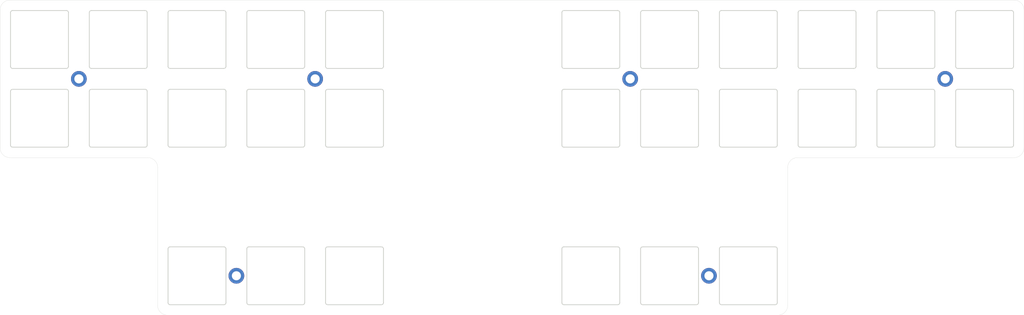
<source format=kicad_pcb>
(kicad_pcb (version 20211014) (generator pcbnew)
  (layers (0 "F.Cu" signal) (31 "B.Cu" signal) (34 "B.Paste" user) (35 "F.Paste" user) (36 "B.SilkS" user "B.Silkscreen") (37 "F.SilkS" user "F.Silkscreen") (38 "B.Mask" user) (39 "F.Mask" user) (44 "Edge.Cuts" user))
  (net 0 "")
  (footprint "MountingHole:MountingHole_2.2mm_M2_DIN965_Pad" (layer "F.Cu") (at 84.93125 127)
    (fp_text reference "REF**" hide)
    (fp_text value "m2")
    (pad "1" thru_hole circle locked (at 0 0) (size 3.8 3.8) (drill 2.2) (layers *.Cu *.Mask))
  )
  (footprint "MountingHole:MountingHole_2.2mm_M2_DIN965_Pad" (layer "F.Cu") (at 199.23125 127)
    (fp_text reference "REF**" hide)
    (fp_text value "m2")
    (pad "1" thru_hole circle locked (at 0 0) (size 3.8 3.8) (drill 2.2) (layers *.Cu *.Mask))
  )
  (footprint "MountingHole:MountingHole_2.2mm_M2_DIN965_Pad" (layer "F.Cu") (at 256.38125 79.375)
    (fp_text reference "REF**" hide)
    (fp_text value "m2")
    (pad "1" thru_hole circle locked (at 0 0) (size 3.8 3.8) (drill 2.2) (layers *.Cu *.Mask))
  )
  (footprint "MountingHole:MountingHole_2.2mm_M2_DIN965_Pad" (layer "F.Cu") (at 180.18125 79.375)
    (fp_text reference "REF**" hide)
    (fp_text value "m2")
    (pad "1" thru_hole circle locked (at 0 0) (size 3.8 3.8) (drill 2.2) (layers *.Cu *.Mask))
  )
  (footprint "MountingHole:MountingHole_2.2mm_M2_DIN965_Pad" (layer "F.Cu") (at 103.98125 79.375)
    (fp_text reference "REF**" hide)
    (fp_text value "m2")
    (pad "1" thru_hole circle locked (at 0 0) (size 3.8 3.8) (drill 2.2) (layers *.Cu *.Mask))
  )
  (footprint "MountingHole:MountingHole_2.2mm_M2_DIN965_Pad" (layer "F.Cu") (at 46.83125 79.375)
    (fp_text reference "REF**" hide)
    (fp_text value "m2")
    (pad "1" thru_hole circle locked (at 0 0) (size 3.8 3.8) (drill 2.2) (layers *.Cu *.Mask))
  )
  (gr_line (start 27.78125 62.70625) (end 27.78125 96.04375) (layer "Edge.Cuts") (width 0.05))
  (gr_line (start 275.43125 96.04375) (end 275.43125 62.70625) (layer "Edge.Cuts") (width 0.05))
  (gr_line (start 273.05 60.325) (end 30.1625 60.325) (layer "Edge.Cuts") (width 0.05))
  (gr_line (start 30.1625 98.425) (end 63.5 98.425) (layer "Edge.Cuts") (width 0.05))
  (gr_line (start 65.88125 100.80625) (end 65.88125 134.14375) (layer "Edge.Cuts") (width 0.05))
  (gr_line (start 68.2625 136.525) (end 215.9 136.525) (layer "Edge.Cuts") (width 0.05))
  (gr_line (start 218.28125 134.14375) (end 218.28125 100.80625) (layer "Edge.Cuts") (width 0.05))
  (gr_line (start 220.6625 98.425) (end 273.05 98.425) (layer "Edge.Cuts") (width 0.05))
  (gr_line (start 87.95625 134) (end 100.95625 134) (layer "Edge.Cuts") (width 0.2))
  (gr_line (start 234.80625 63.35) (end 234.80625 76.35) (layer "Edge.Cuts") (width 0.2))
  (gr_arc (start 106.50625 63.35) (mid 106.652697 62.996447) (end 107.00625 62.85) (layer "Edge.Cuts") (width 0.2))
  (gr_arc (start 240.35625 76.85) (mid 240.002697 76.703553) (end 239.85625 76.35) (layer "Edge.Cuts") (width 0.2))
  (gr_line (start 196.70625 63.35) (end 196.70625 76.35) (layer "Edge.Cuts") (width 0.2))
  (gr_line (start 182.70625 63.35) (end 182.70625 76.35) (layer "Edge.Cuts") (width 0.2))
  (gr_line (start 120.50625 82.4) (end 120.50625 95.4) (layer "Edge.Cuts") (width 0.2))
  (gr_arc (start 68.90625 134) (mid 68.552697 133.853553) (end 68.40625 133.5) (layer "Edge.Cuts") (width 0.2))
  (gr_arc (start 221.30625 76.85) (mid 220.952697 76.703553) (end 220.80625 76.35) (layer "Edge.Cuts") (width 0.2))
  (gr_line (start 120.50625 120.5) (end 120.50625 133.5) (layer "Edge.Cuts") (width 0.2))
  (gr_arc (start 107.00625 134) (mid 106.652697 133.853553) (end 106.50625 133.5) (layer "Edge.Cuts") (width 0.2))
  (gr_arc (start 87.45625 120.5) (mid 87.602697 120.146447) (end 87.95625 120) (layer "Edge.Cuts") (width 0.2))
  (gr_arc (start 164.15625 134) (mid 163.802697 133.853553) (end 163.65625 133.5) (layer "Edge.Cuts") (width 0.2))
  (gr_arc (start 44.30625 76.35) (mid 44.159803 76.703553) (end 43.80625 76.85) (layer "Edge.Cuts") (width 0.2))
  (gr_line (start 68.90625 134) (end 81.90625 134) (layer "Edge.Cuts") (width 0.2))
  (gr_arc (start 62.85625 62.85) (mid 63.209803 62.996447) (end 63.35625 63.35) (layer "Edge.Cuts") (width 0.2))
  (gr_arc (start 272.90625 76.35) (mid 272.759803 76.703553) (end 272.40625 76.85) (layer "Edge.Cuts") (width 0.2))
  (gr_arc (start 106.50625 120.5) (mid 106.652697 120.146447) (end 107.00625 120) (layer "Edge.Cuts") (width 0.2))
  (gr_line (start 183.20625 134) (end 196.20625 134) (layer "Edge.Cuts") (width 0.2))
  (gr_arc (start 120.50625 133.5) (mid 120.359803 133.853553) (end 120.00625 134) (layer "Edge.Cuts") (width 0.2))
  (gr_arc (start 183.20625 134) (mid 182.852697 133.853553) (end 182.70625 133.5) (layer "Edge.Cuts") (width 0.2))
  (gr_line (start 183.20625 120) (end 196.20625 120) (layer "Edge.Cuts") (width 0.2))
  (gr_line (start 49.85625 62.85) (end 62.85625 62.85) (layer "Edge.Cuts") (width 0.2))
  (gr_line (start 196.70625 82.4) (end 196.70625 95.4) (layer "Edge.Cuts") (width 0.2))
  (gr_line (start 202.25625 134) (end 215.25625 134) (layer "Edge.Cuts") (width 0.2))
  (gr_arc (start 201.75625 63.35) (mid 201.902697 62.996447) (end 202.25625 62.85) (layer "Edge.Cuts") (width 0.2))
  (gr_arc (start 62.85625 81.9) (mid 63.209803 82.046447) (end 63.35625 82.4) (layer "Edge.Cuts") (width 0.2))
  (gr_arc (start 49.85625 76.85) (mid 49.502697 76.703553) (end 49.35625 76.35) (layer "Edge.Cuts") (width 0.2))
  (gr_line (start 202.25625 95.9) (end 215.25625 95.9) (layer "Edge.Cuts") (width 0.2))
  (gr_arc (start 215.25625 62.85) (mid 215.609803 62.996447) (end 215.75625 63.35) (layer "Edge.Cuts") (width 0.2))
  (gr_line (start 107.00625 62.85) (end 120.00625 62.85) (layer "Edge.Cuts") (width 0.2))
  (gr_line (start 87.95625 76.85) (end 100.95625 76.85) (layer "Edge.Cuts") (width 0.2))
  (gr_arc (start 100.95625 120) (mid 101.309803 120.146447) (end 101.45625 120.5) (layer "Edge.Cuts") (width 0.2))
  (gr_arc (start 81.90625 120) (mid 82.259803 120.146447) (end 82.40625 120.5) (layer "Edge.Cuts") (width 0.2))
  (gr_arc (start 43.80625 81.9) (mid 44.159803 82.046447) (end 44.30625 82.4) (layer "Edge.Cuts") (width 0.2))
  (gr_line (start 44.30625 63.35) (end 44.30625 76.35) (layer "Edge.Cuts") (width 0.2))
  (gr_line (start 253.85625 63.35) (end 253.85625 76.35) (layer "Edge.Cuts") (width 0.2))
  (gr_arc (start 215.75625 95.4) (mid 215.609803 95.753553) (end 215.25625 95.9) (layer "Edge.Cuts") (width 0.2))
  (gr_arc (start 49.35625 82.4) (mid 49.502697 82.046447) (end 49.85625 81.9) (layer "Edge.Cuts") (width 0.2))
  (gr_arc (start 201.75625 82.4) (mid 201.902697 82.046447) (end 202.25625 81.9) (layer "Edge.Cuts") (width 0.2))
  (gr_arc (start 258.90625 82.4) (mid 259.052697 82.046447) (end 259.40625 81.9) (layer "Edge.Cuts") (width 0.2))
  (gr_arc (start 68.2625 136.525) (mid 66.578702 135.827548) (end 65.88125 134.14375) (layer "Edge.Cuts") (width 0.05))
  (gr_line (start 239.85625 63.35) (end 239.85625 76.35) (layer "Edge.Cuts") (width 0.2))
  (gr_line (start 68.90625 76.85) (end 81.90625 76.85) (layer "Edge.Cuts") (width 0.2))
  (gr_arc (start 164.15625 95.9) (mid 163.802697 95.753553) (end 163.65625 95.4) (layer "Edge.Cuts") (width 0.2))
  (gr_arc (start 120.50625 95.4) (mid 120.359803 95.753553) (end 120.00625 95.9) (layer "Edge.Cuts") (width 0.2))
  (gr_line (start 107.00625 134) (end 120.00625 134) (layer "Edge.Cuts") (width 0.2))
  (gr_arc (start 164.15625 76.85) (mid 163.802697 76.703553) (end 163.65625 76.35) (layer "Edge.Cuts") (width 0.2))
  (gr_line (start 107.00625 76.85) (end 120.00625 76.85) (layer "Edge.Cuts") (width 0.2))
  (gr_arc (start 87.95625 134) (mid 87.602697 133.853553) (end 87.45625 133.5) (layer "Edge.Cuts") (width 0.2))
  (gr_line (start 259.40625 76.85) (end 272.40625 76.85) (layer "Edge.Cuts") (width 0.2))
  (gr_arc (start 220.80625 82.4) (mid 220.952697 82.046447) (end 221.30625 81.9) (layer "Edge.Cuts") (width 0.2))
  (gr_arc (start 43.80625 62.85) (mid 44.159803 62.996447) (end 44.30625 63.35) (layer "Edge.Cuts") (width 0.2))
  (gr_line (start 163.65625 120.5) (end 163.65625 133.5) (layer "Edge.Cuts") (width 0.2))
  (gr_line (start 30.80625 62.85) (end 43.80625 62.85) (layer "Edge.Cuts") (width 0.2))
  (gr_line (start 215.75625 63.35) (end 215.75625 76.35) (layer "Edge.Cuts") (width 0.2))
  (gr_arc (start 215.25625 81.9) (mid 215.609803 82.046447) (end 215.75625 82.4) (layer "Edge.Cuts") (width 0.2))
  (gr_line (start 239.85625 82.4) (end 239.85625 95.4) (layer "Edge.Cuts") (width 0.2))
  (gr_arc (start 82.40625 95.4) (mid 82.259803 95.753553) (end 81.90625 95.9) (layer "Edge.Cuts") (width 0.2))
  (gr_arc (start 44.30625 95.4) (mid 44.159803 95.753553) (end 43.80625 95.9) (layer "Edge.Cuts") (width 0.2))
  (gr_arc (start 259.40625 95.9) (mid 259.052697 95.753553) (end 258.90625 95.4) (layer "Edge.Cuts") (width 0.2))
  (gr_arc (start 201.75625 120.5) (mid 201.902697 120.146447) (end 202.25625 120) (layer "Edge.Cuts") (width 0.2))
  (gr_arc (start 120.00625 120) (mid 120.359803 120.146447) (end 120.50625 120.5) (layer "Edge.Cuts") (width 0.2))
  (gr_line (start 259.40625 95.9) (end 272.40625 95.9) (layer "Edge.Cuts") (width 0.2))
  (gr_line (start 177.65625 82.4) (end 177.65625 95.4) (layer "Edge.Cuts") (width 0.2))
  (gr_arc (start 68.90625 95.9) (mid 68.552697 95.753553) (end 68.40625 95.4) (layer "Edge.Cuts") (width 0.2))
  (gr_arc (start 163.65625 82.4) (mid 163.802697 82.046447) (end 164.15625 81.9) (layer "Edge.Cuts") (width 0.2))
  (gr_arc (start 239.85625 63.35) (mid 240.002697 62.996447) (end 240.35625 62.85) (layer "Edge.Cuts") (width 0.2))
  (gr_arc (start 234.30625 81.9) (mid 234.659803 82.046447) (end 234.80625 82.4) (layer "Edge.Cuts") (width 0.2))
  (gr_arc (start 202.25625 134) (mid 201.902697 133.853553) (end 201.75625 133.5) (layer "Edge.Cuts") (width 0.2))
  (gr_arc (start 272.90625 95.4) (mid 272.759803 95.753553) (end 272.40625 95.9) (layer "Edge.Cuts") (width 0.2))
  (gr_line (start 44.30625 82.4) (end 44.30625 95.4) (layer "Edge.Cuts") (width 0.2))
  (gr_arc (start 177.15625 62.85) (mid 177.509803 62.996447) (end 177.65625 63.35) (layer "Edge.Cuts") (width 0.2))
  (gr_line (start 177.65625 120.5) (end 177.65625 133.5) (layer "Edge.Cuts") (width 0.2))
  (gr_arc (start 101.45625 133.5) (mid 101.309803 133.853553) (end 100.95625 134) (layer "Edge.Cuts") (width 0.2))
  (gr_line (start 87.95625 81.9) (end 100.95625 81.9) (layer "Edge.Cuts") (width 0.2))
  (gr_line (start 68.40625 120.5) (end 68.40625 133.5) (layer "Edge.Cuts") (width 0.2))
  (gr_arc (start 196.70625 133.5) (mid 196.559803 133.853553) (end 196.20625 134) (layer "Edge.Cuts") (width 0.2))
  (gr_line (start 87.95625 95.9) (end 100.95625 95.9) (layer "Edge.Cuts") (width 0.2))
  (gr_line (start 68.90625 120) (end 81.90625 120) (layer "Edge.Cuts") (width 0.2))
  (gr_line (start 164.15625 62.85) (end 177.15625 62.85) (layer "Edge.Cuts") (width 0.2))
  (gr_line (start 234.80625 82.4) (end 234.80625 95.4) (layer "Edge.Cuts") (width 0.2))
  (gr_arc (start 183.20625 95.9) (mid 182.852697 95.753553) (end 182.70625 95.4) (layer "Edge.Cuts") (width 0.2))
  (gr_arc (start 82.40625 133.5) (mid 82.259803 133.853553) (end 81.90625 134) (layer "Edge.Cuts") (width 0.2))
  (gr_line (start 63.35625 63.35) (end 63.35625 76.35) (layer "Edge.Cuts") (width 0.2))
  (gr_line (start 82.40625 63.35) (end 82.40625 76.35) (layer "Edge.Cuts") (width 0.2))
  (gr_arc (start 82.40625 76.35) (mid 82.259803 76.703553) (end 81.90625 76.85) (layer "Edge.Cuts") (width 0.2))
  (gr_line (start 183.20625 76.85) (end 196.20625 76.85) (layer "Edge.Cuts") (width 0.2))
  (gr_arc (start 196.70625 95.4) (mid 196.559803 95.753553) (end 196.20625 95.9) (layer "Edge.Cuts") (width 0.2))
  (gr_line (start 82.40625 120.5) (end 82.40625 133.5) (layer "Edge.Cuts") (width 0.2))
  (gr_arc (start 253.85625 76.35) (mid 253.709803 76.703553) (end 253.35625 76.85) (layer "Edge.Cuts") (width 0.2))
  (gr_line (start 215.75625 120.5) (end 215.75625 133.5) (layer "Edge.Cuts") (width 0.2))
  (gr_arc (start 30.30625 82.4) (mid 30.452697 82.046447) (end 30.80625 81.9) (layer "Edge.Cuts") (width 0.2))
  (gr_line (start 101.45625 63.35) (end 101.45625 76.35) (layer "Edge.Cuts") (width 0.2))
  (gr_arc (start 253.35625 81.9) (mid 253.709803 82.046447) (end 253.85625 82.4) (layer "Edge.Cuts") (width 0.2))
  (gr_line (start 101.45625 120.5) (end 101.45625 133.5) (layer "Edge.Cuts") (width 0.2))
  (gr_line (start 201.75625 82.4) (end 201.75625 95.4) (layer "Edge.Cuts") (width 0.2))
  (gr_arc (start 120.00625 81.9) (mid 120.359803 82.046447) (end 120.50625 82.4) (layer "Edge.Cuts") (width 0.2))
  (gr_arc (start 215.75625 76.35) (mid 215.609803 76.703553) (end 215.25625 76.85) (layer "Edge.Cuts") (width 0.2))
  (gr_line (start 240.35625 76.85) (end 253.35625 76.85) (layer "Edge.Cuts") (width 0.2))
  (gr_line (start 182.70625 120.5) (end 182.70625 133.5) (layer "Edge.Cuts") (width 0.2))
  (gr_arc (start 101.45625 95.4) (mid 101.309803 95.753553) (end 100.95625 95.9) (layer "Edge.Cuts") (width 0.2))
  (gr_arc (start 81.90625 81.9) (mid 82.259803 82.046447) (end 82.40625 82.4) (layer "Edge.Cuts") (width 0.2))
  (gr_arc (start 177.15625 81.9) (mid 177.509803 82.046447) (end 177.65625 82.4) (layer "Edge.Cuts") (width 0.2))
  (gr_line (start 68.90625 95.9) (end 81.90625 95.9) (layer "Edge.Cuts") (width 0.2))
  (gr_arc (start 87.95625 76.85) (mid 87.602697 76.703553) (end 87.45625 76.35) (layer "Edge.Cuts") (width 0.2))
  (gr_line (start 272.90625 63.35) (end 272.90625 76.35) (layer "Edge.Cuts") (width 0.2))
  (gr_line (start 107.00625 95.9) (end 120.00625 95.9) (layer "Edge.Cuts") (width 0.2))
  (gr_line (start 220.80625 82.4) (end 220.80625 95.4) (layer "Edge.Cuts") (width 0.2))
  (gr_line (start 202.25625 62.85) (end 215.25625 62.85) (layer "Edge.Cuts") (width 0.2))
  (gr_arc (start 120.00625 62.85) (mid 120.359803 62.996447) (end 120.50625 63.35) (layer "Edge.Cuts") (width 0.2))
  (gr_arc (start 30.30625 63.35) (mid 30.452697 62.996447) (end 30.80625 62.85) (layer "Edge.Cuts") (width 0.2))
  (gr_arc (start 234.80625 76.35) (mid 234.659803 76.703553) (end 234.30625 76.85) (layer "Edge.Cuts") (width 0.2))
  (gr_arc (start 258.90625 63.35) (mid 259.052697 62.996447) (end 259.40625 62.85) (layer "Edge.Cuts") (width 0.2))
  (gr_line (start 202.25625 81.9) (end 215.25625 81.9) (layer "Edge.Cuts") (width 0.2))
  (gr_line (start 221.30625 62.85) (end 234.30625 62.85) (layer "Edge.Cuts") (width 0.2))
  (gr_arc (start 63.5 98.425) (mid 65.183798 99.122452) (end 65.88125 100.80625) (layer "Edge.Cuts") (width 0.05))
  (gr_arc (start 63.35625 95.4) (mid 63.209803 95.753553) (end 62.85625 95.9) (layer "Edge.Cuts") (width 0.2))
  (gr_arc (start 272.40625 81.9) (mid 272.759803 82.046447) (end 272.90625 82.4) (layer "Edge.Cuts") (width 0.2))
  (gr_arc (start 30.80625 76.85) (mid 30.452697 76.703553) (end 30.30625 76.35) (layer "Edge.Cuts") (width 0.2))
  (gr_arc (start 220.80625 63.35) (mid 220.952697 62.996447) (end 221.30625 62.85) (layer "Edge.Cuts") (width 0.2))
  (gr_line (start 163.65625 63.35) (end 163.65625 76.35) (layer "Edge.Cuts") (width 0.2))
  (gr_line (start 106.50625 120.5) (end 106.50625 133.5) (layer "Edge.Cuts") (width 0.2))
  (gr_line (start 49.85625 95.9) (end 62.85625 95.9) (layer "Edge.Cuts") (width 0.2))
  (gr_arc (start 100.95625 81.9) (mid 101.309803 82.046447) (end 101.45625 82.4) (layer "Edge.Cuts") (width 0.2))
  (gr_arc (start 87.45625 63.35) (mid 87.602697 62.996447) (end 87.95625 62.85) (layer "Edge.Cuts") (width 0.2))
  (gr_line (start 63.35625 82.4) (end 63.35625 95.4) (layer "Edge.Cuts") (width 0.2))
  (gr_arc (start 234.30625 62.85) (mid 234.659803 62.996447) (end 234.80625 63.35) (layer "Edge.Cuts") (width 0.2))
  (gr_arc (start 273.05 60.325) (mid 274.733798 61.022452) (end 275.43125 62.70625) (layer "Edge.Cuts") (width 0.05))
  (gr_arc (start 182.70625 63.35) (mid 182.852697 62.996447) (end 183.20625 62.85) (layer "Edge.Cuts") (width 0.2))
  (gr_arc (start 68.40625 120.5) (mid 68.552697 120.146447) (end 68.90625 120) (layer "Edge.Cuts") (width 0.2))
  (gr_arc (start 30.80625 95.9) (mid 30.452697 95.753553) (end 30.30625 95.4) (layer "Edge.Cuts") (width 0.2))
  (gr_line (start 202.25625 120) (end 215.25625 120) (layer "Edge.Cuts") (width 0.2))
  (gr_arc (start 253.35625 62.85) (mid 253.709803 62.996447) (end 253.85625 63.35) (layer "Edge.Cuts") (width 0.2))
  (gr_line (start 87.95625 120) (end 100.95625 120) (layer "Edge.Cuts") (width 0.2))
  (gr_line (start 87.45625 82.4) (end 87.45625 95.4) (layer "Edge.Cuts") (width 0.2))
  (gr_line (start 30.80625 81.9) (end 43.80625 81.9) (layer "Edge.Cuts") (width 0.2))
  (gr_line (start 68.90625 81.9) (end 81.90625 81.9) (layer "Edge.Cuts") (width 0.2))
  (gr_arc (start 107.00625 76.85) (mid 106.652697 76.703553) (end 106.50625 76.35) (layer "Edge.Cuts") (width 0.2))
  (gr_arc (start 87.95625 95.9) (mid 87.602697 95.753553) (end 87.45625 95.4) (layer "Edge.Cuts") (width 0.2))
  (gr_arc (start 100.95625 62.85) (mid 101.309803 62.996447) (end 101.45625 63.35) (layer "Edge.Cuts") (width 0.2))
  (gr_arc (start 221.30625 95.9) (mid 220.952697 95.753553) (end 220.80625 95.4) (layer "Edge.Cuts") (width 0.2))
  (gr_line (start 87.95625 62.85) (end 100.95625 62.85) (layer "Edge.Cuts") (width 0.2))
  (gr_line (start 106.50625 63.35) (end 106.50625 76.35) (layer "Edge.Cuts") (width 0.2))
  (gr_line (start 30.30625 63.35) (end 30.30625 76.35) (layer "Edge.Cuts") (width 0.2))
  (gr_line (start 221.30625 76.85) (end 234.30625 76.85) (layer "Edge.Cuts") (width 0.2))
  (gr_line (start 240.35625 95.9) (end 253.35625 95.9) (layer "Edge.Cuts") (width 0.2))
  (gr_line (start 120.50625 63.35) (end 120.50625 76.35) (layer "Edge.Cuts") (width 0.2))
  (gr_arc (start 275.43125 96.04375) (mid 274.733798 97.727548) (end 273.05 98.425) (layer "Edge.Cuts") (width 0.05))
  (gr_arc (start 177.65625 76.35) (mid 177.509803 76.703553) (end 177.15625 76.85) (layer "Edge.Cuts") (width 0.2))
  (gr_line (start 163.65625 82.4) (end 163.65625 95.4) (layer "Edge.Cuts") (width 0.2))
  (gr_line (start 259.40625 81.9) (end 272.40625 81.9) (layer "Edge.Cuts") (width 0.2))
  (gr_arc (start 202.25625 76.85) (mid 201.902697 76.703553) (end 201.75625 76.35) (layer "Edge.Cuts") (width 0.2))
  (gr_line (start 201.75625 63.35) (end 201.75625 76.35) (layer "Edge.Cuts") (width 0.2))
  (gr_line (start 259.40625 62.85) (end 272.40625 62.85) (layer "Edge.Cuts") (width 0.2))
  (gr_arc (start 253.85625 95.4) (mid 253.709803 95.753553) (end 253.35625 95.9) (layer "Edge.Cuts") (width 0.2))
  (gr_line (start 164.15625 134) (end 177.15625 134) (layer "Edge.Cuts") (width 0.2))
  (gr_arc (start 68.40625 82.4) (mid 68.552697 82.046447) (end 68.90625 81.9) (layer "Edge.Cuts") (width 0.2))
  (gr_line (start 164.15625 95.9) (end 177.15625 95.9) (layer "Edge.Cuts") (width 0.2))
  (gr_arc (start 182.70625 120.5) (mid 182.852697 120.146447) (end 183.20625 120) (layer "Edge.Cuts") (width 0.2))
  (gr_arc (start 196.20625 62.85) (mid 196.559803 62.996447) (end 196.70625 63.35) (layer "Edge.Cuts") (width 0.2))
  (gr_line (start 164.15625 120) (end 177.15625 120) (layer "Edge.Cuts") (width 0.2))
  (gr_line (start 49.85625 81.9) (end 62.85625 81.9) (layer "Edge.Cuts") (width 0.2))
  (gr_line (start 87.45625 120.5) (end 87.45625 133.5) (layer "Edge.Cuts") (width 0.2))
  (gr_arc (start 272.40625 62.85) (mid 272.759803 62.996447) (end 272.90625 63.35) (layer "Edge.Cuts") (width 0.2))
  (gr_arc (start 163.65625 120.5) (mid 163.802697 120.146447) (end 164.15625 120) (layer "Edge.Cuts") (width 0.2))
  (gr_arc (start 68.90625 76.85) (mid 68.552697 76.703553) (end 68.40625 76.35) (layer "Edge.Cuts") (width 0.2))
  (gr_arc (start 81.90625 62.85) (mid 82.259803 62.996447) (end 82.40625 63.35) (layer "Edge.Cuts") (width 0.2))
  (gr_line (start 196.70625 120.5) (end 196.70625 133.5) (layer "Edge.Cuts") (width 0.2))
  (gr_arc (start 87.45625 82.4) (mid 87.602697 82.046447) (end 87.95625 81.9) (layer "Edge.Cuts") (width 0.2))
  (gr_arc (start 27.78125 62.70625) (mid 28.478702 61.022452) (end 30.1625 60.325) (layer "Edge.Cuts") (width 0.05))
  (gr_arc (start 107.00625 95.9) (mid 106.652697 95.753553) (end 106.50625 95.4) (layer "Edge.Cuts") (width 0.2))
  (gr_arc (start 49.85625 95.9) (mid 49.502697 95.753553) (end 49.35625 95.4) (layer "Edge.Cuts") (width 0.2))
  (gr_line (start 258.90625 63.35) (end 258.90625 76.35) (layer "Edge.Cuts") (width 0.2))
  (gr_line (start 177.65625 63.35) (end 177.65625 76.35) (layer "Edge.Cuts") (width 0.2))
  (gr_arc (start 177.65625 133.5) (mid 177.509803 133.853553) (end 177.15625 134) (layer "Edge.Cuts") (width 0.2))
  (gr_line (start 82.40625 82.4) (end 82.40625 95.4) (layer "Edge.Cuts") (width 0.2))
  (gr_arc (start 218.28125 100.80625) (mid 218.978702 99.122452) (end 220.6625 98.425) (layer "Edge.Cuts") (width 0.05))
  (gr_line (start 68.90625 62.85) (end 81.90625 62.85) (layer "Edge.Cuts") (width 0.2))
  (gr_line (start 30.30625 82.4) (end 30.30625 95.4) (layer "Edge.Cuts") (width 0.2))
  (gr_line (start 101.45625 82.4) (end 101.45625 95.4) (layer "Edge.Cuts") (width 0.2))
  (gr_arc (start 215.75625 133.5) (mid 215.609803 133.853553) (end 215.25625 134) (layer "Edge.Cuts") (width 0.2))
  (gr_arc (start 30.1625 98.425) (mid 28.478702 97.727548) (end 27.78125 96.04375) (layer "Edge.Cuts") (width 0.05))
  (gr_arc (start 234.80625 95.4) (mid 234.659803 95.753553) (end 234.30625 95.9) (layer "Edge.Cuts") (width 0.2))
  (gr_line (start 183.20625 95.9) (end 196.20625 95.9) (layer "Edge.Cuts") (width 0.2))
  (gr_arc (start 259.40625 76.85) (mid 259.052697 76.703553) (end 258.90625 76.35) (layer "Edge.Cuts") (width 0.2))
  (gr_arc (start 215.25625 120) (mid 215.609803 120.146447) (end 215.75625 120.5) (layer "Edge.Cuts") (width 0.2))
  (gr_line (start 201.75625 120.5) (end 201.75625 133.5) (layer "Edge.Cuts") (width 0.2))
  (gr_line (start 68.40625 82.4) (end 68.40625 95.4) (layer "Edge.Cuts") (width 0.2))
  (gr_line (start 164.15625 81.9) (end 177.15625 81.9) (layer "Edge.Cuts") (width 0.2))
  (gr_line (start 183.20625 81.9) (end 196.20625 81.9) (layer "Edge.Cuts") (width 0.2))
  (gr_arc (start 106.50625 82.4) (mid 106.652697 82.046447) (end 107.00625 81.9) (layer "Edge.Cuts") (width 0.2))
  (gr_line (start 240.35625 81.9) (end 253.35625 81.9) (layer "Edge.Cuts") (width 0.2))
  (gr_line (start 107.00625 81.9) (end 120.00625 81.9) (layer "Edge.Cuts") (width 0.2))
  (gr_line (start 106.50625 82.4) (end 106.50625 95.4) (layer "Edge.Cuts") (width 0.2))
  (gr_arc (start 63.35625 76.35) (mid 63.209803 76.703553) (end 62.85625 76.85) (layer "Edge.Cuts") (width 0.2))
  (gr_line (start 107.00625 120) (end 120.00625 120) (layer "Edge.Cuts") (width 0.2))
  (gr_line (start 30.80625 76.85) (end 43.80625 76.85) (layer "Edge.Cuts") (width 0.2))
  (gr_line (start 221.30625 81.9) (end 234.30625 81.9) (layer "Edge.Cuts") (width 0.2))
  (gr_line (start 49.35625 82.4) (end 49.35625 95.4) (layer "Edge.Cuts") (width 0.2))
  (gr_arc (start 240.35625 95.9) (mid 240.002697 95.753553) (end 239.85625 95.4) (layer "Edge.Cuts") (width 0.2))
  (gr_arc (start 196.20625 81.9) (mid 196.559803 82.046447) (end 196.70625 82.4) (layer "Edge.Cuts") (width 0.2))
  (gr_line (start 258.90625 82.4) (end 258.90625 95.4) (layer "Edge.Cuts") (width 0.2))
  (gr_arc (start 182.70625 82.4) (mid 182.852697 82.046447) (end 183.20625 81.9) (layer "Edge.Cuts") (width 0.2))
  (gr_line (start 202.25625 76.85) (end 215.25625 76.85) (layer "Edge.Cuts") (width 0.2))
  (gr_line (start 183.20625 62.85) (end 196.20625 62.85) (layer "Edge.Cuts") (width 0.2))
  (gr_arc (start 49.35625 63.35) (mid 49.502697 62.996447) (end 49.85625 62.85) (layer "Edge.Cuts") (width 0.2))
  (gr_arc (start 202.25625 95.9) (mid 201.902697 95.753553) (end 201.75625 95.4) (layer "Edge.Cuts") (width 0.2))
  (gr_arc (start 196.70625 76.35) (mid 196.559803 76.703553) (end 196.20625 76.85) (layer "Edge.Cuts") (width 0.2))
  (gr_line (start 240.35625 62.85) (end 253.35625 62.85) (layer "Edge.Cuts") (width 0.2))
  (gr_arc (start 183.20625 76.85) (mid 182.852697 76.703553) (end 182.70625 76.35) (layer "Edge.Cuts") (width 0.2))
  (gr_arc (start 239.85625 82.4) (mid 240.002697 82.046447) (end 240.35625 81.9) (layer "Edge.Cuts") (width 0.2))
  (gr_arc (start 177.15625 120) (mid 177.509803 120.146447) (end 177.65625 120.5) (layer "Edge.Cuts") (width 0.2))
  (gr_arc (start 120.50625 76.35) (mid 120.359803 76.703553) (end 120.00625 76.85) (layer "Edge.Cuts") (width 0.2))
  (gr_arc (start 68.40625 63.35) (mid 68.552697 62.996447) (end 68.90625 62.85) (layer "Edge.Cuts") (width 0.2))
  (gr_arc (start 196.20625 120) (mid 196.559803 120.146447) (end 196.70625 120.5) (layer "Edge.Cuts") (width 0.2))
  (gr_line (start 49.85625 76.85) (end 62.85625 76.85) (layer "Edge.Cuts") (width 0.2))
  (gr_line (start 182.70625 82.4) (end 182.70625 95.4) (layer "Edge.Cuts") (width 0.2))
  (gr_line (start 272.90625 82.4) (end 272.90625 95.4) (layer "Edge.Cuts") (width 0.2))
  (gr_arc (start 177.65625 95.4) (mid 177.509803 95.753553) (end 177.15625 95.9) (layer "Edge.Cuts") (width 0.2))
  (gr_line (start 30.80625 95.9) (end 43.80625 95.9) (layer "Edge.Cuts") (width 0.2))
  (gr_line (start 87.45625 63.35) (end 87.45625 76.35) (layer "Edge.Cuts") (width 0.2))
  (gr_line (start 220.80625 63.35) (end 220.80625 76.35) (layer "Edge.Cuts") (width 0.2))
  (gr_arc (start 218.28125 134.14375) (mid 217.583798 135.827548) (end 215.9 136.525) (layer "Edge.Cuts") (width 0.05))
  (gr_line (start 68.40625 63.35) (end 68.40625 76.35) (layer "Edge.Cuts") (width 0.2))
  (gr_line (start 221.30625 95.9) (end 234.30625 95.9) (layer "Edge.Cuts") (width 0.2))
  (gr_arc (start 101.45625 76.35) (mid 101.309803 76.703553) (end 100.95625 76.85) (layer "Edge.Cuts") (width 0.2))
  (gr_line (start 253.85625 82.4) (end 253.85625 95.4) (layer "Edge.Cuts") (width 0.2))
  (gr_arc (start 163.65625 63.35) (mid 163.802697 62.996447) (end 164.15625 62.85) (layer "Edge.Cuts") (width 0.2))
  (gr_line (start 215.75625 82.4) (end 215.75625 95.4) (layer "Edge.Cuts") (width 0.2))
  (gr_line (start 49.35625 63.35) (end 49.35625 76.35) (layer "Edge.Cuts") (width 0.2))
  (gr_line (start 164.15625 76.85) (end 177.15625 76.85) (layer "Edge.Cuts") (width 0.2))
)
</source>
